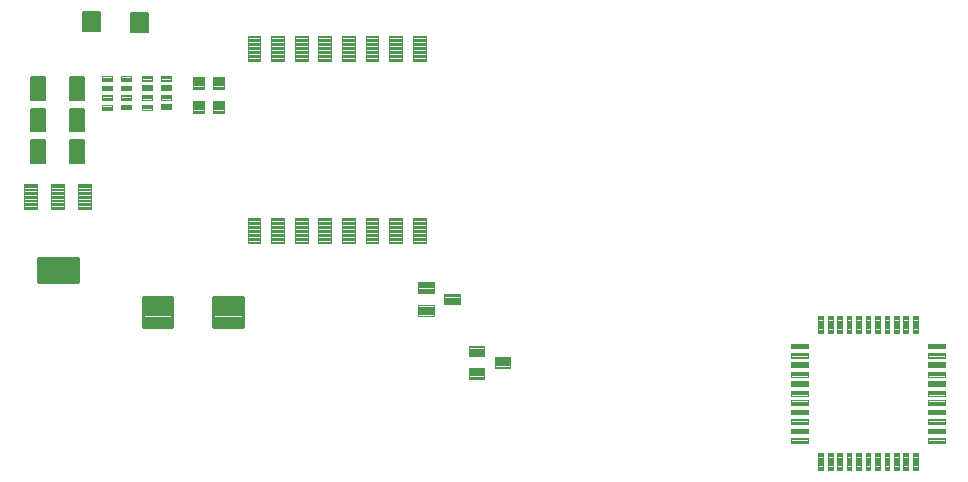
<source format=gbr>
G04 EAGLE Gerber RS-274X export*
G75*
%MOMM*%
%FSLAX34Y34*%
%LPD*%
%INSolderpaste Top*%
%IPPOS*%
%AMOC8*
5,1,8,0,0,1.08239X$1,22.5*%
G01*
%ADD10C,0.121919*%
%ADD11C,0.220000*%
%ADD12C,0.127000*%
%ADD13C,0.100000*%
%ADD14C,0.152400*%
%ADD15C,0.280000*%
%ADD16C,0.120000*%


D10*
X76435Y241754D02*
X87409Y241754D01*
X87409Y220620D01*
X76435Y220620D01*
X76435Y241754D01*
X76435Y221778D02*
X87409Y221778D01*
X87409Y222936D02*
X76435Y222936D01*
X76435Y224094D02*
X87409Y224094D01*
X87409Y225252D02*
X76435Y225252D01*
X76435Y226410D02*
X87409Y226410D01*
X87409Y227568D02*
X76435Y227568D01*
X76435Y228726D02*
X87409Y228726D01*
X87409Y229884D02*
X76435Y229884D01*
X76435Y231042D02*
X87409Y231042D01*
X87409Y232200D02*
X76435Y232200D01*
X76435Y233358D02*
X87409Y233358D01*
X87409Y234516D02*
X76435Y234516D01*
X76435Y235674D02*
X87409Y235674D01*
X87409Y236832D02*
X76435Y236832D01*
X76435Y237990D02*
X87409Y237990D01*
X87409Y239148D02*
X76435Y239148D01*
X76435Y240306D02*
X87409Y240306D01*
X87409Y241464D02*
X76435Y241464D01*
X64295Y241754D02*
X53321Y241754D01*
X64295Y241754D02*
X64295Y220620D01*
X53321Y220620D01*
X53321Y241754D01*
X53321Y221778D02*
X64295Y221778D01*
X64295Y222936D02*
X53321Y222936D01*
X53321Y224094D02*
X64295Y224094D01*
X64295Y225252D02*
X53321Y225252D01*
X53321Y226410D02*
X64295Y226410D01*
X64295Y227568D02*
X53321Y227568D01*
X53321Y228726D02*
X64295Y228726D01*
X64295Y229884D02*
X53321Y229884D01*
X53321Y231042D02*
X64295Y231042D01*
X64295Y232200D02*
X53321Y232200D01*
X53321Y233358D02*
X64295Y233358D01*
X64295Y234516D02*
X53321Y234516D01*
X53321Y235674D02*
X64295Y235674D01*
X64295Y236832D02*
X53321Y236832D01*
X53321Y237990D02*
X64295Y237990D01*
X64295Y239148D02*
X53321Y239148D01*
X53321Y240306D02*
X64295Y240306D01*
X64295Y241464D02*
X53321Y241464D01*
X41181Y241754D02*
X30207Y241754D01*
X41181Y241754D02*
X41181Y220620D01*
X30207Y220620D01*
X30207Y241754D01*
X30207Y221778D02*
X41181Y221778D01*
X41181Y222936D02*
X30207Y222936D01*
X30207Y224094D02*
X41181Y224094D01*
X41181Y225252D02*
X30207Y225252D01*
X30207Y226410D02*
X41181Y226410D01*
X41181Y227568D02*
X30207Y227568D01*
X30207Y228726D02*
X41181Y228726D01*
X41181Y229884D02*
X30207Y229884D01*
X30207Y231042D02*
X41181Y231042D01*
X41181Y232200D02*
X30207Y232200D01*
X30207Y233358D02*
X41181Y233358D01*
X41181Y234516D02*
X30207Y234516D01*
X30207Y235674D02*
X41181Y235674D01*
X41181Y236832D02*
X30207Y236832D01*
X30207Y237990D02*
X41181Y237990D01*
X41181Y239148D02*
X30207Y239148D01*
X30207Y240306D02*
X41181Y240306D01*
X41181Y241464D02*
X30207Y241464D01*
D11*
X41908Y179109D02*
X75708Y179109D01*
X75708Y159309D01*
X41908Y159309D01*
X41908Y179109D01*
X41908Y161399D02*
X75708Y161399D01*
X75708Y163489D02*
X41908Y163489D01*
X41908Y165579D02*
X75708Y165579D01*
X75708Y167669D02*
X41908Y167669D01*
X41908Y169759D02*
X75708Y169759D01*
X75708Y171849D02*
X41908Y171849D01*
X41908Y173939D02*
X75708Y173939D01*
X75708Y176029D02*
X41908Y176029D01*
X41908Y178119D02*
X75708Y178119D01*
D12*
X48077Y313356D02*
X36647Y313356D01*
X36647Y332406D01*
X48077Y332406D01*
X48077Y313356D01*
X48077Y314562D02*
X36647Y314562D01*
X36647Y315768D02*
X48077Y315768D01*
X48077Y316974D02*
X36647Y316974D01*
X36647Y318180D02*
X48077Y318180D01*
X48077Y319386D02*
X36647Y319386D01*
X36647Y320592D02*
X48077Y320592D01*
X48077Y321798D02*
X36647Y321798D01*
X36647Y323004D02*
X48077Y323004D01*
X48077Y324210D02*
X36647Y324210D01*
X36647Y325416D02*
X48077Y325416D01*
X48077Y326622D02*
X36647Y326622D01*
X36647Y327828D02*
X48077Y327828D01*
X48077Y329034D02*
X36647Y329034D01*
X36647Y330240D02*
X48077Y330240D01*
X48077Y331446D02*
X36647Y331446D01*
X69667Y313356D02*
X81097Y313356D01*
X69667Y313356D02*
X69667Y332406D01*
X81097Y332406D01*
X81097Y313356D01*
X81097Y314562D02*
X69667Y314562D01*
X69667Y315768D02*
X81097Y315768D01*
X81097Y316974D02*
X69667Y316974D01*
X69667Y318180D02*
X81097Y318180D01*
X81097Y319386D02*
X69667Y319386D01*
X69667Y320592D02*
X81097Y320592D01*
X81097Y321798D02*
X69667Y321798D01*
X69667Y323004D02*
X81097Y323004D01*
X81097Y324210D02*
X69667Y324210D01*
X69667Y325416D02*
X81097Y325416D01*
X81097Y326622D02*
X69667Y326622D01*
X69667Y327828D02*
X81097Y327828D01*
X81097Y329034D02*
X69667Y329034D01*
X69667Y330240D02*
X81097Y330240D01*
X81097Y331446D02*
X69667Y331446D01*
X48077Y286877D02*
X36647Y286877D01*
X36647Y305927D01*
X48077Y305927D01*
X48077Y286877D01*
X48077Y288083D02*
X36647Y288083D01*
X36647Y289289D02*
X48077Y289289D01*
X48077Y290495D02*
X36647Y290495D01*
X36647Y291701D02*
X48077Y291701D01*
X48077Y292907D02*
X36647Y292907D01*
X36647Y294113D02*
X48077Y294113D01*
X48077Y295319D02*
X36647Y295319D01*
X36647Y296525D02*
X48077Y296525D01*
X48077Y297731D02*
X36647Y297731D01*
X36647Y298937D02*
X48077Y298937D01*
X48077Y300143D02*
X36647Y300143D01*
X36647Y301349D02*
X48077Y301349D01*
X48077Y302555D02*
X36647Y302555D01*
X36647Y303761D02*
X48077Y303761D01*
X48077Y304967D02*
X36647Y304967D01*
X69667Y286877D02*
X81097Y286877D01*
X69667Y286877D02*
X69667Y305927D01*
X81097Y305927D01*
X81097Y286877D01*
X81097Y288083D02*
X69667Y288083D01*
X69667Y289289D02*
X81097Y289289D01*
X81097Y290495D02*
X69667Y290495D01*
X69667Y291701D02*
X81097Y291701D01*
X81097Y292907D02*
X69667Y292907D01*
X69667Y294113D02*
X81097Y294113D01*
X81097Y295319D02*
X69667Y295319D01*
X69667Y296525D02*
X81097Y296525D01*
X81097Y297731D02*
X69667Y297731D01*
X69667Y298937D02*
X81097Y298937D01*
X81097Y300143D02*
X69667Y300143D01*
X69667Y301349D02*
X81097Y301349D01*
X81097Y302555D02*
X69667Y302555D01*
X69667Y303761D02*
X81097Y303761D01*
X81097Y304967D02*
X69667Y304967D01*
X48140Y260080D02*
X36710Y260080D01*
X36710Y279130D01*
X48140Y279130D01*
X48140Y260080D01*
X48140Y261286D02*
X36710Y261286D01*
X36710Y262492D02*
X48140Y262492D01*
X48140Y263698D02*
X36710Y263698D01*
X36710Y264904D02*
X48140Y264904D01*
X48140Y266110D02*
X36710Y266110D01*
X36710Y267316D02*
X48140Y267316D01*
X48140Y268522D02*
X36710Y268522D01*
X36710Y269728D02*
X48140Y269728D01*
X48140Y270934D02*
X36710Y270934D01*
X36710Y272140D02*
X48140Y272140D01*
X48140Y273346D02*
X36710Y273346D01*
X36710Y274552D02*
X48140Y274552D01*
X48140Y275758D02*
X36710Y275758D01*
X36710Y276964D02*
X48140Y276964D01*
X48140Y278170D02*
X36710Y278170D01*
X69730Y260080D02*
X81160Y260080D01*
X69730Y260080D02*
X69730Y279130D01*
X81160Y279130D01*
X81160Y260080D01*
X81160Y261286D02*
X69730Y261286D01*
X69730Y262492D02*
X81160Y262492D01*
X81160Y263698D02*
X69730Y263698D01*
X69730Y264904D02*
X81160Y264904D01*
X81160Y266110D02*
X69730Y266110D01*
X69730Y267316D02*
X81160Y267316D01*
X81160Y268522D02*
X69730Y268522D01*
X69730Y269728D02*
X81160Y269728D01*
X81160Y270934D02*
X69730Y270934D01*
X69730Y272140D02*
X81160Y272140D01*
X81160Y273346D02*
X69730Y273346D01*
X69730Y274552D02*
X81160Y274552D01*
X81160Y275758D02*
X69730Y275758D01*
X69730Y276964D02*
X81160Y276964D01*
X81160Y278170D02*
X69730Y278170D01*
D13*
X429005Y95606D02*
X429005Y86606D01*
X429005Y95606D02*
X442005Y95606D01*
X442005Y86606D01*
X429005Y86606D01*
X429005Y87556D02*
X442005Y87556D01*
X442005Y88506D02*
X429005Y88506D01*
X429005Y89456D02*
X442005Y89456D01*
X442005Y90406D02*
X429005Y90406D01*
X429005Y91356D02*
X442005Y91356D01*
X442005Y92306D02*
X429005Y92306D01*
X429005Y93256D02*
X442005Y93256D01*
X442005Y94206D02*
X429005Y94206D01*
X429005Y95156D02*
X442005Y95156D01*
X407005Y86106D02*
X407005Y77106D01*
X407005Y86106D02*
X420005Y86106D01*
X420005Y77106D01*
X407005Y77106D01*
X407005Y78056D02*
X420005Y78056D01*
X420005Y79006D02*
X407005Y79006D01*
X407005Y79956D02*
X420005Y79956D01*
X420005Y80906D02*
X407005Y80906D01*
X407005Y81856D02*
X420005Y81856D01*
X420005Y82806D02*
X407005Y82806D01*
X407005Y83756D02*
X420005Y83756D01*
X420005Y84706D02*
X407005Y84706D01*
X407005Y85656D02*
X420005Y85656D01*
X407005Y96106D02*
X407005Y105106D01*
X420005Y105106D01*
X420005Y96106D01*
X407005Y96106D01*
X407005Y97056D02*
X420005Y97056D01*
X420005Y98006D02*
X407005Y98006D01*
X407005Y98956D02*
X420005Y98956D01*
X420005Y99906D02*
X407005Y99906D01*
X407005Y100856D02*
X420005Y100856D01*
X420005Y101806D02*
X407005Y101806D01*
X407005Y102756D02*
X420005Y102756D01*
X420005Y103706D02*
X407005Y103706D01*
X407005Y104656D02*
X420005Y104656D01*
X386333Y140200D02*
X386333Y149200D01*
X399333Y149200D01*
X399333Y140200D01*
X386333Y140200D01*
X386333Y141150D02*
X399333Y141150D01*
X399333Y142100D02*
X386333Y142100D01*
X386333Y143050D02*
X399333Y143050D01*
X399333Y144000D02*
X386333Y144000D01*
X386333Y144950D02*
X399333Y144950D01*
X399333Y145900D02*
X386333Y145900D01*
X386333Y146850D02*
X399333Y146850D01*
X399333Y147800D02*
X386333Y147800D01*
X386333Y148750D02*
X399333Y148750D01*
X364333Y139700D02*
X364333Y130700D01*
X364333Y139700D02*
X377333Y139700D01*
X377333Y130700D01*
X364333Y130700D01*
X364333Y131650D02*
X377333Y131650D01*
X377333Y132600D02*
X364333Y132600D01*
X364333Y133550D02*
X377333Y133550D01*
X377333Y134500D02*
X364333Y134500D01*
X364333Y135450D02*
X377333Y135450D01*
X377333Y136400D02*
X364333Y136400D01*
X364333Y137350D02*
X377333Y137350D01*
X377333Y138300D02*
X364333Y138300D01*
X364333Y139250D02*
X377333Y139250D01*
X364333Y149700D02*
X364333Y158700D01*
X377333Y158700D01*
X377333Y149700D01*
X364333Y149700D01*
X364333Y150650D02*
X377333Y150650D01*
X377333Y151600D02*
X364333Y151600D01*
X364333Y152550D02*
X377333Y152550D01*
X377333Y153500D02*
X364333Y153500D01*
X364333Y154450D02*
X377333Y154450D01*
X377333Y155400D02*
X364333Y155400D01*
X364333Y156350D02*
X377333Y156350D01*
X377333Y157300D02*
X364333Y157300D01*
X364333Y158250D02*
X377333Y158250D01*
D14*
X94429Y371353D02*
X94429Y387609D01*
X94429Y371353D02*
X80713Y371353D01*
X80713Y387609D01*
X94429Y387609D01*
X94429Y372801D02*
X80713Y372801D01*
X80713Y374249D02*
X94429Y374249D01*
X94429Y375697D02*
X80713Y375697D01*
X80713Y377145D02*
X94429Y377145D01*
X94429Y378593D02*
X80713Y378593D01*
X80713Y380041D02*
X94429Y380041D01*
X94429Y381489D02*
X80713Y381489D01*
X80713Y382937D02*
X94429Y382937D01*
X94429Y384385D02*
X80713Y384385D01*
X80713Y385833D02*
X94429Y385833D01*
X94429Y387281D02*
X80713Y387281D01*
X134976Y387236D02*
X134976Y370980D01*
X121260Y370980D01*
X121260Y387236D01*
X134976Y387236D01*
X134976Y372428D02*
X121260Y372428D01*
X121260Y373876D02*
X134976Y373876D01*
X134976Y375324D02*
X121260Y375324D01*
X121260Y376772D02*
X134976Y376772D01*
X134976Y378220D02*
X121260Y378220D01*
X121260Y379668D02*
X134976Y379668D01*
X134976Y381116D02*
X121260Y381116D01*
X121260Y382564D02*
X134976Y382564D01*
X134976Y384012D02*
X121260Y384012D01*
X121260Y385460D02*
X134976Y385460D01*
X134976Y386908D02*
X121260Y386908D01*
D15*
X156001Y146251D02*
X156001Y121051D01*
X130801Y121051D01*
X130801Y146251D01*
X156001Y146251D01*
X156001Y123711D02*
X130801Y123711D01*
X130801Y126371D02*
X156001Y126371D01*
X156001Y129031D02*
X130801Y129031D01*
X130801Y131691D02*
X156001Y131691D01*
X156001Y134351D02*
X130801Y134351D01*
X130801Y137011D02*
X156001Y137011D01*
X156001Y139671D02*
X130801Y139671D01*
X130801Y142331D02*
X156001Y142331D01*
X156001Y144991D02*
X130801Y144991D01*
X215501Y146251D02*
X215501Y121051D01*
X190301Y121051D01*
X190301Y146251D01*
X215501Y146251D01*
X215501Y123711D02*
X190301Y123711D01*
X190301Y126371D02*
X215501Y126371D01*
X215501Y129031D02*
X190301Y129031D01*
X190301Y131691D02*
X215501Y131691D01*
X215501Y134351D02*
X190301Y134351D01*
X190301Y137011D02*
X215501Y137011D01*
X215501Y139671D02*
X190301Y139671D01*
X190301Y142331D02*
X215501Y142331D01*
X215501Y144991D02*
X190301Y144991D01*
D13*
X96846Y329325D02*
X96846Y333325D01*
X104846Y333325D01*
X104846Y329325D01*
X96846Y329325D01*
X96846Y330275D02*
X104846Y330275D01*
X104846Y331225D02*
X96846Y331225D01*
X96846Y332175D02*
X104846Y332175D01*
X104846Y333125D02*
X96846Y333125D01*
X96846Y325325D02*
X96846Y321325D01*
X96846Y325325D02*
X104846Y325325D01*
X104846Y321325D01*
X96846Y321325D01*
X96846Y322275D02*
X104846Y322275D01*
X104846Y323225D02*
X96846Y323225D01*
X96846Y324175D02*
X104846Y324175D01*
X104846Y325125D02*
X96846Y325125D01*
X96846Y317325D02*
X96846Y313325D01*
X96846Y317325D02*
X104846Y317325D01*
X104846Y313325D01*
X96846Y313325D01*
X96846Y314275D02*
X104846Y314275D01*
X104846Y315225D02*
X96846Y315225D01*
X96846Y316175D02*
X104846Y316175D01*
X104846Y317125D02*
X96846Y317125D01*
X96846Y308825D02*
X96846Y304825D01*
X96846Y308825D02*
X104846Y308825D01*
X104846Y304825D01*
X96846Y304825D01*
X96846Y305775D02*
X104846Y305775D01*
X104846Y306725D02*
X96846Y306725D01*
X96846Y307675D02*
X104846Y307675D01*
X104846Y308625D02*
X96846Y308625D01*
X112846Y309325D02*
X112846Y305325D01*
X112846Y309325D02*
X120846Y309325D01*
X120846Y305325D01*
X112846Y305325D01*
X112846Y306275D02*
X120846Y306275D01*
X120846Y307225D02*
X112846Y307225D01*
X112846Y308175D02*
X120846Y308175D01*
X120846Y309125D02*
X112846Y309125D01*
X112846Y313325D02*
X112846Y317325D01*
X120846Y317325D01*
X120846Y313325D01*
X112846Y313325D01*
X112846Y314275D02*
X120846Y314275D01*
X120846Y315225D02*
X112846Y315225D01*
X112846Y316175D02*
X120846Y316175D01*
X120846Y317125D02*
X112846Y317125D01*
X112846Y321325D02*
X112846Y325325D01*
X120846Y325325D01*
X120846Y321325D01*
X112846Y321325D01*
X112846Y322275D02*
X120846Y322275D01*
X120846Y323225D02*
X112846Y323225D01*
X112846Y324175D02*
X120846Y324175D01*
X120846Y325125D02*
X112846Y325125D01*
X112846Y329325D02*
X112846Y333325D01*
X120846Y333325D01*
X120846Y329325D01*
X112846Y329325D01*
X112846Y330275D02*
X120846Y330275D01*
X120846Y331225D02*
X112846Y331225D01*
X112846Y332175D02*
X120846Y332175D01*
X120846Y333125D02*
X112846Y333125D01*
X130565Y333579D02*
X130565Y329579D01*
X130565Y333579D02*
X138565Y333579D01*
X138565Y329579D01*
X130565Y329579D01*
X130565Y330529D02*
X138565Y330529D01*
X138565Y331479D02*
X130565Y331479D01*
X130565Y332429D02*
X138565Y332429D01*
X138565Y333379D02*
X130565Y333379D01*
X130565Y325579D02*
X130565Y321579D01*
X130565Y325579D02*
X138565Y325579D01*
X138565Y321579D01*
X130565Y321579D01*
X130565Y322529D02*
X138565Y322529D01*
X138565Y323479D02*
X130565Y323479D01*
X130565Y324429D02*
X138565Y324429D01*
X138565Y325379D02*
X130565Y325379D01*
X130565Y317579D02*
X130565Y313579D01*
X130565Y317579D02*
X138565Y317579D01*
X138565Y313579D01*
X130565Y313579D01*
X130565Y314529D02*
X138565Y314529D01*
X138565Y315479D02*
X130565Y315479D01*
X130565Y316429D02*
X138565Y316429D01*
X138565Y317379D02*
X130565Y317379D01*
X130565Y309079D02*
X130565Y305079D01*
X130565Y309079D02*
X138565Y309079D01*
X138565Y305079D01*
X130565Y305079D01*
X130565Y306029D02*
X138565Y306029D01*
X138565Y306979D02*
X130565Y306979D01*
X130565Y307929D02*
X138565Y307929D01*
X138565Y308879D02*
X130565Y308879D01*
X146565Y309579D02*
X146565Y305579D01*
X146565Y309579D02*
X154565Y309579D01*
X154565Y305579D01*
X146565Y305579D01*
X146565Y306529D02*
X154565Y306529D01*
X154565Y307479D02*
X146565Y307479D01*
X146565Y308429D02*
X154565Y308429D01*
X154565Y309379D02*
X146565Y309379D01*
X146565Y313579D02*
X146565Y317579D01*
X154565Y317579D01*
X154565Y313579D01*
X146565Y313579D01*
X146565Y314529D02*
X154565Y314529D01*
X154565Y315479D02*
X146565Y315479D01*
X146565Y316429D02*
X154565Y316429D01*
X154565Y317379D02*
X146565Y317379D01*
X146565Y321579D02*
X146565Y325579D01*
X154565Y325579D01*
X154565Y321579D01*
X146565Y321579D01*
X146565Y322529D02*
X154565Y322529D01*
X154565Y323479D02*
X146565Y323479D01*
X146565Y324429D02*
X154565Y324429D01*
X154565Y325379D02*
X146565Y325379D01*
X146565Y329579D02*
X146565Y333579D01*
X154565Y333579D01*
X154565Y329579D01*
X146565Y329579D01*
X146565Y330529D02*
X154565Y330529D01*
X154565Y331479D02*
X146565Y331479D01*
X146565Y332429D02*
X154565Y332429D01*
X154565Y333379D02*
X146565Y333379D01*
D16*
X359693Y345839D02*
X359693Y367499D01*
X370493Y367499D01*
X370493Y345839D01*
X359693Y345839D01*
X359693Y346979D02*
X370493Y346979D01*
X370493Y348119D02*
X359693Y348119D01*
X359693Y349259D02*
X370493Y349259D01*
X370493Y350399D02*
X359693Y350399D01*
X359693Y351539D02*
X370493Y351539D01*
X370493Y352679D02*
X359693Y352679D01*
X359693Y353819D02*
X370493Y353819D01*
X370493Y354959D02*
X359693Y354959D01*
X359693Y356099D02*
X370493Y356099D01*
X370493Y357239D02*
X359693Y357239D01*
X359693Y358379D02*
X370493Y358379D01*
X370493Y359519D02*
X359693Y359519D01*
X359693Y360659D02*
X370493Y360659D01*
X370493Y361799D02*
X359693Y361799D01*
X359693Y362939D02*
X370493Y362939D01*
X370493Y364079D02*
X359693Y364079D01*
X359693Y365219D02*
X370493Y365219D01*
X370493Y366359D02*
X359693Y366359D01*
X359693Y367499D02*
X370493Y367499D01*
X339693Y367499D02*
X339693Y345839D01*
X339693Y367499D02*
X350493Y367499D01*
X350493Y345839D01*
X339693Y345839D01*
X339693Y346979D02*
X350493Y346979D01*
X350493Y348119D02*
X339693Y348119D01*
X339693Y349259D02*
X350493Y349259D01*
X350493Y350399D02*
X339693Y350399D01*
X339693Y351539D02*
X350493Y351539D01*
X350493Y352679D02*
X339693Y352679D01*
X339693Y353819D02*
X350493Y353819D01*
X350493Y354959D02*
X339693Y354959D01*
X339693Y356099D02*
X350493Y356099D01*
X350493Y357239D02*
X339693Y357239D01*
X339693Y358379D02*
X350493Y358379D01*
X350493Y359519D02*
X339693Y359519D01*
X339693Y360659D02*
X350493Y360659D01*
X350493Y361799D02*
X339693Y361799D01*
X339693Y362939D02*
X350493Y362939D01*
X350493Y364079D02*
X339693Y364079D01*
X339693Y365219D02*
X350493Y365219D01*
X350493Y366359D02*
X339693Y366359D01*
X339693Y367499D02*
X350493Y367499D01*
X319693Y367499D02*
X319693Y345839D01*
X319693Y367499D02*
X330493Y367499D01*
X330493Y345839D01*
X319693Y345839D01*
X319693Y346979D02*
X330493Y346979D01*
X330493Y348119D02*
X319693Y348119D01*
X319693Y349259D02*
X330493Y349259D01*
X330493Y350399D02*
X319693Y350399D01*
X319693Y351539D02*
X330493Y351539D01*
X330493Y352679D02*
X319693Y352679D01*
X319693Y353819D02*
X330493Y353819D01*
X330493Y354959D02*
X319693Y354959D01*
X319693Y356099D02*
X330493Y356099D01*
X330493Y357239D02*
X319693Y357239D01*
X319693Y358379D02*
X330493Y358379D01*
X330493Y359519D02*
X319693Y359519D01*
X319693Y360659D02*
X330493Y360659D01*
X330493Y361799D02*
X319693Y361799D01*
X319693Y362939D02*
X330493Y362939D01*
X330493Y364079D02*
X319693Y364079D01*
X319693Y365219D02*
X330493Y365219D01*
X330493Y366359D02*
X319693Y366359D01*
X319693Y367499D02*
X330493Y367499D01*
X299693Y367499D02*
X299693Y345839D01*
X299693Y367499D02*
X310493Y367499D01*
X310493Y345839D01*
X299693Y345839D01*
X299693Y346979D02*
X310493Y346979D01*
X310493Y348119D02*
X299693Y348119D01*
X299693Y349259D02*
X310493Y349259D01*
X310493Y350399D02*
X299693Y350399D01*
X299693Y351539D02*
X310493Y351539D01*
X310493Y352679D02*
X299693Y352679D01*
X299693Y353819D02*
X310493Y353819D01*
X310493Y354959D02*
X299693Y354959D01*
X299693Y356099D02*
X310493Y356099D01*
X310493Y357239D02*
X299693Y357239D01*
X299693Y358379D02*
X310493Y358379D01*
X310493Y359519D02*
X299693Y359519D01*
X299693Y360659D02*
X310493Y360659D01*
X310493Y361799D02*
X299693Y361799D01*
X299693Y362939D02*
X310493Y362939D01*
X310493Y364079D02*
X299693Y364079D01*
X299693Y365219D02*
X310493Y365219D01*
X310493Y366359D02*
X299693Y366359D01*
X299693Y367499D02*
X310493Y367499D01*
X279693Y367499D02*
X279693Y345839D01*
X279693Y367499D02*
X290493Y367499D01*
X290493Y345839D01*
X279693Y345839D01*
X279693Y346979D02*
X290493Y346979D01*
X290493Y348119D02*
X279693Y348119D01*
X279693Y349259D02*
X290493Y349259D01*
X290493Y350399D02*
X279693Y350399D01*
X279693Y351539D02*
X290493Y351539D01*
X290493Y352679D02*
X279693Y352679D01*
X279693Y353819D02*
X290493Y353819D01*
X290493Y354959D02*
X279693Y354959D01*
X279693Y356099D02*
X290493Y356099D01*
X290493Y357239D02*
X279693Y357239D01*
X279693Y358379D02*
X290493Y358379D01*
X290493Y359519D02*
X279693Y359519D01*
X279693Y360659D02*
X290493Y360659D01*
X290493Y361799D02*
X279693Y361799D01*
X279693Y362939D02*
X290493Y362939D01*
X290493Y364079D02*
X279693Y364079D01*
X279693Y365219D02*
X290493Y365219D01*
X290493Y366359D02*
X279693Y366359D01*
X279693Y367499D02*
X290493Y367499D01*
X259693Y367499D02*
X259693Y345839D01*
X259693Y367499D02*
X270493Y367499D01*
X270493Y345839D01*
X259693Y345839D01*
X259693Y346979D02*
X270493Y346979D01*
X270493Y348119D02*
X259693Y348119D01*
X259693Y349259D02*
X270493Y349259D01*
X270493Y350399D02*
X259693Y350399D01*
X259693Y351539D02*
X270493Y351539D01*
X270493Y352679D02*
X259693Y352679D01*
X259693Y353819D02*
X270493Y353819D01*
X270493Y354959D02*
X259693Y354959D01*
X259693Y356099D02*
X270493Y356099D01*
X270493Y357239D02*
X259693Y357239D01*
X259693Y358379D02*
X270493Y358379D01*
X270493Y359519D02*
X259693Y359519D01*
X259693Y360659D02*
X270493Y360659D01*
X270493Y361799D02*
X259693Y361799D01*
X259693Y362939D02*
X270493Y362939D01*
X270493Y364079D02*
X259693Y364079D01*
X259693Y365219D02*
X270493Y365219D01*
X270493Y366359D02*
X259693Y366359D01*
X259693Y367499D02*
X270493Y367499D01*
X239693Y367499D02*
X239693Y345839D01*
X239693Y367499D02*
X250493Y367499D01*
X250493Y345839D01*
X239693Y345839D01*
X239693Y346979D02*
X250493Y346979D01*
X250493Y348119D02*
X239693Y348119D01*
X239693Y349259D02*
X250493Y349259D01*
X250493Y350399D02*
X239693Y350399D01*
X239693Y351539D02*
X250493Y351539D01*
X250493Y352679D02*
X239693Y352679D01*
X239693Y353819D02*
X250493Y353819D01*
X250493Y354959D02*
X239693Y354959D01*
X239693Y356099D02*
X250493Y356099D01*
X250493Y357239D02*
X239693Y357239D01*
X239693Y358379D02*
X250493Y358379D01*
X250493Y359519D02*
X239693Y359519D01*
X239693Y360659D02*
X250493Y360659D01*
X250493Y361799D02*
X239693Y361799D01*
X239693Y362939D02*
X250493Y362939D01*
X250493Y364079D02*
X239693Y364079D01*
X239693Y365219D02*
X250493Y365219D01*
X250493Y366359D02*
X239693Y366359D01*
X239693Y367499D02*
X250493Y367499D01*
X219693Y367499D02*
X219693Y345839D01*
X219693Y367499D02*
X230493Y367499D01*
X230493Y345839D01*
X219693Y345839D01*
X219693Y346979D02*
X230493Y346979D01*
X230493Y348119D02*
X219693Y348119D01*
X219693Y349259D02*
X230493Y349259D01*
X230493Y350399D02*
X219693Y350399D01*
X219693Y351539D02*
X230493Y351539D01*
X230493Y352679D02*
X219693Y352679D01*
X219693Y353819D02*
X230493Y353819D01*
X230493Y354959D02*
X219693Y354959D01*
X219693Y356099D02*
X230493Y356099D01*
X230493Y357239D02*
X219693Y357239D01*
X219693Y358379D02*
X230493Y358379D01*
X230493Y359519D02*
X219693Y359519D01*
X219693Y360659D02*
X230493Y360659D01*
X230493Y361799D02*
X219693Y361799D01*
X219693Y362939D02*
X230493Y362939D01*
X230493Y364079D02*
X219693Y364079D01*
X219693Y365219D02*
X230493Y365219D01*
X230493Y366359D02*
X219693Y366359D01*
X219693Y367499D02*
X230493Y367499D01*
X359693Y213659D02*
X359693Y191999D01*
X359693Y213659D02*
X370493Y213659D01*
X370493Y191999D01*
X359693Y191999D01*
X359693Y193139D02*
X370493Y193139D01*
X370493Y194279D02*
X359693Y194279D01*
X359693Y195419D02*
X370493Y195419D01*
X370493Y196559D02*
X359693Y196559D01*
X359693Y197699D02*
X370493Y197699D01*
X370493Y198839D02*
X359693Y198839D01*
X359693Y199979D02*
X370493Y199979D01*
X370493Y201119D02*
X359693Y201119D01*
X359693Y202259D02*
X370493Y202259D01*
X370493Y203399D02*
X359693Y203399D01*
X359693Y204539D02*
X370493Y204539D01*
X370493Y205679D02*
X359693Y205679D01*
X359693Y206819D02*
X370493Y206819D01*
X370493Y207959D02*
X359693Y207959D01*
X359693Y209099D02*
X370493Y209099D01*
X370493Y210239D02*
X359693Y210239D01*
X359693Y211379D02*
X370493Y211379D01*
X370493Y212519D02*
X359693Y212519D01*
X359693Y213659D02*
X370493Y213659D01*
X339693Y213659D02*
X339693Y191999D01*
X339693Y213659D02*
X350493Y213659D01*
X350493Y191999D01*
X339693Y191999D01*
X339693Y193139D02*
X350493Y193139D01*
X350493Y194279D02*
X339693Y194279D01*
X339693Y195419D02*
X350493Y195419D01*
X350493Y196559D02*
X339693Y196559D01*
X339693Y197699D02*
X350493Y197699D01*
X350493Y198839D02*
X339693Y198839D01*
X339693Y199979D02*
X350493Y199979D01*
X350493Y201119D02*
X339693Y201119D01*
X339693Y202259D02*
X350493Y202259D01*
X350493Y203399D02*
X339693Y203399D01*
X339693Y204539D02*
X350493Y204539D01*
X350493Y205679D02*
X339693Y205679D01*
X339693Y206819D02*
X350493Y206819D01*
X350493Y207959D02*
X339693Y207959D01*
X339693Y209099D02*
X350493Y209099D01*
X350493Y210239D02*
X339693Y210239D01*
X339693Y211379D02*
X350493Y211379D01*
X350493Y212519D02*
X339693Y212519D01*
X339693Y213659D02*
X350493Y213659D01*
X319693Y213659D02*
X319693Y191999D01*
X319693Y213659D02*
X330493Y213659D01*
X330493Y191999D01*
X319693Y191999D01*
X319693Y193139D02*
X330493Y193139D01*
X330493Y194279D02*
X319693Y194279D01*
X319693Y195419D02*
X330493Y195419D01*
X330493Y196559D02*
X319693Y196559D01*
X319693Y197699D02*
X330493Y197699D01*
X330493Y198839D02*
X319693Y198839D01*
X319693Y199979D02*
X330493Y199979D01*
X330493Y201119D02*
X319693Y201119D01*
X319693Y202259D02*
X330493Y202259D01*
X330493Y203399D02*
X319693Y203399D01*
X319693Y204539D02*
X330493Y204539D01*
X330493Y205679D02*
X319693Y205679D01*
X319693Y206819D02*
X330493Y206819D01*
X330493Y207959D02*
X319693Y207959D01*
X319693Y209099D02*
X330493Y209099D01*
X330493Y210239D02*
X319693Y210239D01*
X319693Y211379D02*
X330493Y211379D01*
X330493Y212519D02*
X319693Y212519D01*
X319693Y213659D02*
X330493Y213659D01*
X299693Y213659D02*
X299693Y191999D01*
X299693Y213659D02*
X310493Y213659D01*
X310493Y191999D01*
X299693Y191999D01*
X299693Y193139D02*
X310493Y193139D01*
X310493Y194279D02*
X299693Y194279D01*
X299693Y195419D02*
X310493Y195419D01*
X310493Y196559D02*
X299693Y196559D01*
X299693Y197699D02*
X310493Y197699D01*
X310493Y198839D02*
X299693Y198839D01*
X299693Y199979D02*
X310493Y199979D01*
X310493Y201119D02*
X299693Y201119D01*
X299693Y202259D02*
X310493Y202259D01*
X310493Y203399D02*
X299693Y203399D01*
X299693Y204539D02*
X310493Y204539D01*
X310493Y205679D02*
X299693Y205679D01*
X299693Y206819D02*
X310493Y206819D01*
X310493Y207959D02*
X299693Y207959D01*
X299693Y209099D02*
X310493Y209099D01*
X310493Y210239D02*
X299693Y210239D01*
X299693Y211379D02*
X310493Y211379D01*
X310493Y212519D02*
X299693Y212519D01*
X299693Y213659D02*
X310493Y213659D01*
X279693Y213659D02*
X279693Y191999D01*
X279693Y213659D02*
X290493Y213659D01*
X290493Y191999D01*
X279693Y191999D01*
X279693Y193139D02*
X290493Y193139D01*
X290493Y194279D02*
X279693Y194279D01*
X279693Y195419D02*
X290493Y195419D01*
X290493Y196559D02*
X279693Y196559D01*
X279693Y197699D02*
X290493Y197699D01*
X290493Y198839D02*
X279693Y198839D01*
X279693Y199979D02*
X290493Y199979D01*
X290493Y201119D02*
X279693Y201119D01*
X279693Y202259D02*
X290493Y202259D01*
X290493Y203399D02*
X279693Y203399D01*
X279693Y204539D02*
X290493Y204539D01*
X290493Y205679D02*
X279693Y205679D01*
X279693Y206819D02*
X290493Y206819D01*
X290493Y207959D02*
X279693Y207959D01*
X279693Y209099D02*
X290493Y209099D01*
X290493Y210239D02*
X279693Y210239D01*
X279693Y211379D02*
X290493Y211379D01*
X290493Y212519D02*
X279693Y212519D01*
X279693Y213659D02*
X290493Y213659D01*
X259693Y213659D02*
X259693Y191999D01*
X259693Y213659D02*
X270493Y213659D01*
X270493Y191999D01*
X259693Y191999D01*
X259693Y193139D02*
X270493Y193139D01*
X270493Y194279D02*
X259693Y194279D01*
X259693Y195419D02*
X270493Y195419D01*
X270493Y196559D02*
X259693Y196559D01*
X259693Y197699D02*
X270493Y197699D01*
X270493Y198839D02*
X259693Y198839D01*
X259693Y199979D02*
X270493Y199979D01*
X270493Y201119D02*
X259693Y201119D01*
X259693Y202259D02*
X270493Y202259D01*
X270493Y203399D02*
X259693Y203399D01*
X259693Y204539D02*
X270493Y204539D01*
X270493Y205679D02*
X259693Y205679D01*
X259693Y206819D02*
X270493Y206819D01*
X270493Y207959D02*
X259693Y207959D01*
X259693Y209099D02*
X270493Y209099D01*
X270493Y210239D02*
X259693Y210239D01*
X259693Y211379D02*
X270493Y211379D01*
X270493Y212519D02*
X259693Y212519D01*
X259693Y213659D02*
X270493Y213659D01*
X239693Y213659D02*
X239693Y191999D01*
X239693Y213659D02*
X250493Y213659D01*
X250493Y191999D01*
X239693Y191999D01*
X239693Y193139D02*
X250493Y193139D01*
X250493Y194279D02*
X239693Y194279D01*
X239693Y195419D02*
X250493Y195419D01*
X250493Y196559D02*
X239693Y196559D01*
X239693Y197699D02*
X250493Y197699D01*
X250493Y198839D02*
X239693Y198839D01*
X239693Y199979D02*
X250493Y199979D01*
X250493Y201119D02*
X239693Y201119D01*
X239693Y202259D02*
X250493Y202259D01*
X250493Y203399D02*
X239693Y203399D01*
X239693Y204539D02*
X250493Y204539D01*
X250493Y205679D02*
X239693Y205679D01*
X239693Y206819D02*
X250493Y206819D01*
X250493Y207959D02*
X239693Y207959D01*
X239693Y209099D02*
X250493Y209099D01*
X250493Y210239D02*
X239693Y210239D01*
X239693Y211379D02*
X250493Y211379D01*
X250493Y212519D02*
X239693Y212519D01*
X239693Y213659D02*
X250493Y213659D01*
X219693Y213659D02*
X219693Y191999D01*
X219693Y213659D02*
X230493Y213659D01*
X230493Y191999D01*
X219693Y191999D01*
X219693Y193139D02*
X230493Y193139D01*
X230493Y194279D02*
X219693Y194279D01*
X219693Y195419D02*
X230493Y195419D01*
X230493Y196559D02*
X219693Y196559D01*
X219693Y197699D02*
X230493Y197699D01*
X230493Y198839D02*
X219693Y198839D01*
X219693Y199979D02*
X230493Y199979D01*
X230493Y201119D02*
X219693Y201119D01*
X219693Y202259D02*
X230493Y202259D01*
X230493Y203399D02*
X219693Y203399D01*
X219693Y204539D02*
X230493Y204539D01*
X230493Y205679D02*
X219693Y205679D01*
X219693Y206819D02*
X230493Y206819D01*
X230493Y207959D02*
X219693Y207959D01*
X219693Y209099D02*
X230493Y209099D01*
X230493Y210239D02*
X219693Y210239D01*
X219693Y211379D02*
X230493Y211379D01*
X230493Y212519D02*
X219693Y212519D01*
X219693Y213659D02*
X230493Y213659D01*
D13*
X182443Y302387D02*
X173443Y302387D01*
X173443Y312387D01*
X182443Y312387D01*
X182443Y302387D01*
X182443Y303337D02*
X173443Y303337D01*
X173443Y304287D02*
X182443Y304287D01*
X182443Y305237D02*
X173443Y305237D01*
X173443Y306187D02*
X182443Y306187D01*
X182443Y307137D02*
X173443Y307137D01*
X173443Y308087D02*
X182443Y308087D01*
X182443Y309037D02*
X173443Y309037D01*
X173443Y309987D02*
X182443Y309987D01*
X182443Y310937D02*
X173443Y310937D01*
X173443Y311887D02*
X182443Y311887D01*
X190443Y302387D02*
X199443Y302387D01*
X190443Y302387D02*
X190443Y312387D01*
X199443Y312387D01*
X199443Y302387D01*
X199443Y303337D02*
X190443Y303337D01*
X190443Y304287D02*
X199443Y304287D01*
X199443Y305237D02*
X190443Y305237D01*
X190443Y306187D02*
X199443Y306187D01*
X199443Y307137D02*
X190443Y307137D01*
X190443Y308087D02*
X199443Y308087D01*
X199443Y309037D02*
X190443Y309037D01*
X190443Y309987D02*
X199443Y309987D01*
X199443Y310937D02*
X190443Y310937D01*
X190443Y311887D02*
X199443Y311887D01*
X182507Y322707D02*
X173507Y322707D01*
X173507Y332707D01*
X182507Y332707D01*
X182507Y322707D01*
X182507Y323657D02*
X173507Y323657D01*
X173507Y324607D02*
X182507Y324607D01*
X182507Y325557D02*
X173507Y325557D01*
X173507Y326507D02*
X182507Y326507D01*
X182507Y327457D02*
X173507Y327457D01*
X173507Y328407D02*
X182507Y328407D01*
X182507Y329357D02*
X173507Y329357D01*
X173507Y330307D02*
X182507Y330307D01*
X182507Y331257D02*
X173507Y331257D01*
X173507Y332207D02*
X182507Y332207D01*
X190507Y322707D02*
X199507Y322707D01*
X190507Y322707D02*
X190507Y332707D01*
X199507Y332707D01*
X199507Y322707D01*
X199507Y323657D02*
X190507Y323657D01*
X190507Y324607D02*
X199507Y324607D01*
X199507Y325557D02*
X190507Y325557D01*
X190507Y326507D02*
X199507Y326507D01*
X199507Y327457D02*
X190507Y327457D01*
X190507Y328407D02*
X199507Y328407D01*
X199507Y329357D02*
X190507Y329357D01*
X190507Y330307D02*
X199507Y330307D01*
X199507Y331257D02*
X190507Y331257D01*
X190507Y332207D02*
X199507Y332207D01*
X680000Y103000D02*
X694000Y103000D01*
X680000Y103000D02*
X680000Y107000D01*
X694000Y107000D01*
X694000Y103000D01*
X694000Y103950D02*
X680000Y103950D01*
X680000Y104900D02*
X694000Y104900D01*
X694000Y105850D02*
X680000Y105850D01*
X680000Y106800D02*
X694000Y106800D01*
X694000Y95000D02*
X680000Y95000D01*
X680000Y99000D01*
X694000Y99000D01*
X694000Y95000D01*
X694000Y95950D02*
X680000Y95950D01*
X680000Y96900D02*
X694000Y96900D01*
X694000Y97850D02*
X680000Y97850D01*
X680000Y98800D02*
X694000Y98800D01*
X694000Y87000D02*
X680000Y87000D01*
X680000Y91000D01*
X694000Y91000D01*
X694000Y87000D01*
X694000Y87950D02*
X680000Y87950D01*
X680000Y88900D02*
X694000Y88900D01*
X694000Y89850D02*
X680000Y89850D01*
X680000Y90800D02*
X694000Y90800D01*
X694000Y79000D02*
X680000Y79000D01*
X680000Y83000D01*
X694000Y83000D01*
X694000Y79000D01*
X694000Y79950D02*
X680000Y79950D01*
X680000Y80900D02*
X694000Y80900D01*
X694000Y81850D02*
X680000Y81850D01*
X680000Y82800D02*
X694000Y82800D01*
X694000Y71000D02*
X680000Y71000D01*
X680000Y75000D01*
X694000Y75000D01*
X694000Y71000D01*
X694000Y71950D02*
X680000Y71950D01*
X680000Y72900D02*
X694000Y72900D01*
X694000Y73850D02*
X680000Y73850D01*
X680000Y74800D02*
X694000Y74800D01*
X694000Y63000D02*
X680000Y63000D01*
X680000Y67000D01*
X694000Y67000D01*
X694000Y63000D01*
X694000Y63950D02*
X680000Y63950D01*
X680000Y64900D02*
X694000Y64900D01*
X694000Y65850D02*
X680000Y65850D01*
X680000Y66800D02*
X694000Y66800D01*
X694000Y55000D02*
X680000Y55000D01*
X680000Y59000D01*
X694000Y59000D01*
X694000Y55000D01*
X694000Y55950D02*
X680000Y55950D01*
X680000Y56900D02*
X694000Y56900D01*
X694000Y57850D02*
X680000Y57850D01*
X680000Y58800D02*
X694000Y58800D01*
X694000Y47000D02*
X680000Y47000D01*
X680000Y51000D01*
X694000Y51000D01*
X694000Y47000D01*
X694000Y47950D02*
X680000Y47950D01*
X680000Y48900D02*
X694000Y48900D01*
X694000Y49850D02*
X680000Y49850D01*
X680000Y50800D02*
X694000Y50800D01*
X694000Y39000D02*
X680000Y39000D01*
X680000Y43000D01*
X694000Y43000D01*
X694000Y39000D01*
X694000Y39950D02*
X680000Y39950D01*
X680000Y40900D02*
X694000Y40900D01*
X694000Y41850D02*
X680000Y41850D01*
X680000Y42800D02*
X694000Y42800D01*
X694000Y31000D02*
X680000Y31000D01*
X680000Y35000D01*
X694000Y35000D01*
X694000Y31000D01*
X694000Y31950D02*
X680000Y31950D01*
X680000Y32900D02*
X694000Y32900D01*
X694000Y33850D02*
X680000Y33850D01*
X680000Y34800D02*
X694000Y34800D01*
X694000Y23000D02*
X680000Y23000D01*
X680000Y27000D01*
X694000Y27000D01*
X694000Y23000D01*
X694000Y23950D02*
X680000Y23950D01*
X680000Y24900D02*
X694000Y24900D01*
X694000Y25850D02*
X680000Y25850D01*
X680000Y26800D02*
X694000Y26800D01*
X703000Y0D02*
X707000Y0D01*
X703000Y0D02*
X703000Y14000D01*
X707000Y14000D01*
X707000Y0D01*
X707000Y950D02*
X703000Y950D01*
X703000Y1900D02*
X707000Y1900D01*
X707000Y2850D02*
X703000Y2850D01*
X703000Y3800D02*
X707000Y3800D01*
X707000Y4750D02*
X703000Y4750D01*
X703000Y5700D02*
X707000Y5700D01*
X707000Y6650D02*
X703000Y6650D01*
X703000Y7600D02*
X707000Y7600D01*
X707000Y8550D02*
X703000Y8550D01*
X703000Y9500D02*
X707000Y9500D01*
X707000Y10450D02*
X703000Y10450D01*
X703000Y11400D02*
X707000Y11400D01*
X707000Y12350D02*
X703000Y12350D01*
X703000Y13300D02*
X707000Y13300D01*
X711000Y0D02*
X715000Y0D01*
X711000Y0D02*
X711000Y14000D01*
X715000Y14000D01*
X715000Y0D01*
X715000Y950D02*
X711000Y950D01*
X711000Y1900D02*
X715000Y1900D01*
X715000Y2850D02*
X711000Y2850D01*
X711000Y3800D02*
X715000Y3800D01*
X715000Y4750D02*
X711000Y4750D01*
X711000Y5700D02*
X715000Y5700D01*
X715000Y6650D02*
X711000Y6650D01*
X711000Y7600D02*
X715000Y7600D01*
X715000Y8550D02*
X711000Y8550D01*
X711000Y9500D02*
X715000Y9500D01*
X715000Y10450D02*
X711000Y10450D01*
X711000Y11400D02*
X715000Y11400D01*
X715000Y12350D02*
X711000Y12350D01*
X711000Y13300D02*
X715000Y13300D01*
X719000Y0D02*
X723000Y0D01*
X719000Y0D02*
X719000Y14000D01*
X723000Y14000D01*
X723000Y0D01*
X723000Y950D02*
X719000Y950D01*
X719000Y1900D02*
X723000Y1900D01*
X723000Y2850D02*
X719000Y2850D01*
X719000Y3800D02*
X723000Y3800D01*
X723000Y4750D02*
X719000Y4750D01*
X719000Y5700D02*
X723000Y5700D01*
X723000Y6650D02*
X719000Y6650D01*
X719000Y7600D02*
X723000Y7600D01*
X723000Y8550D02*
X719000Y8550D01*
X719000Y9500D02*
X723000Y9500D01*
X723000Y10450D02*
X719000Y10450D01*
X719000Y11400D02*
X723000Y11400D01*
X723000Y12350D02*
X719000Y12350D01*
X719000Y13300D02*
X723000Y13300D01*
X727000Y0D02*
X731000Y0D01*
X727000Y0D02*
X727000Y14000D01*
X731000Y14000D01*
X731000Y0D01*
X731000Y950D02*
X727000Y950D01*
X727000Y1900D02*
X731000Y1900D01*
X731000Y2850D02*
X727000Y2850D01*
X727000Y3800D02*
X731000Y3800D01*
X731000Y4750D02*
X727000Y4750D01*
X727000Y5700D02*
X731000Y5700D01*
X731000Y6650D02*
X727000Y6650D01*
X727000Y7600D02*
X731000Y7600D01*
X731000Y8550D02*
X727000Y8550D01*
X727000Y9500D02*
X731000Y9500D01*
X731000Y10450D02*
X727000Y10450D01*
X727000Y11400D02*
X731000Y11400D01*
X731000Y12350D02*
X727000Y12350D01*
X727000Y13300D02*
X731000Y13300D01*
X735000Y0D02*
X739000Y0D01*
X735000Y0D02*
X735000Y14000D01*
X739000Y14000D01*
X739000Y0D01*
X739000Y950D02*
X735000Y950D01*
X735000Y1900D02*
X739000Y1900D01*
X739000Y2850D02*
X735000Y2850D01*
X735000Y3800D02*
X739000Y3800D01*
X739000Y4750D02*
X735000Y4750D01*
X735000Y5700D02*
X739000Y5700D01*
X739000Y6650D02*
X735000Y6650D01*
X735000Y7600D02*
X739000Y7600D01*
X739000Y8550D02*
X735000Y8550D01*
X735000Y9500D02*
X739000Y9500D01*
X739000Y10450D02*
X735000Y10450D01*
X735000Y11400D02*
X739000Y11400D01*
X739000Y12350D02*
X735000Y12350D01*
X735000Y13300D02*
X739000Y13300D01*
X743000Y0D02*
X747000Y0D01*
X743000Y0D02*
X743000Y14000D01*
X747000Y14000D01*
X747000Y0D01*
X747000Y950D02*
X743000Y950D01*
X743000Y1900D02*
X747000Y1900D01*
X747000Y2850D02*
X743000Y2850D01*
X743000Y3800D02*
X747000Y3800D01*
X747000Y4750D02*
X743000Y4750D01*
X743000Y5700D02*
X747000Y5700D01*
X747000Y6650D02*
X743000Y6650D01*
X743000Y7600D02*
X747000Y7600D01*
X747000Y8550D02*
X743000Y8550D01*
X743000Y9500D02*
X747000Y9500D01*
X747000Y10450D02*
X743000Y10450D01*
X743000Y11400D02*
X747000Y11400D01*
X747000Y12350D02*
X743000Y12350D01*
X743000Y13300D02*
X747000Y13300D01*
X751000Y0D02*
X755000Y0D01*
X751000Y0D02*
X751000Y14000D01*
X755000Y14000D01*
X755000Y0D01*
X755000Y950D02*
X751000Y950D01*
X751000Y1900D02*
X755000Y1900D01*
X755000Y2850D02*
X751000Y2850D01*
X751000Y3800D02*
X755000Y3800D01*
X755000Y4750D02*
X751000Y4750D01*
X751000Y5700D02*
X755000Y5700D01*
X755000Y6650D02*
X751000Y6650D01*
X751000Y7600D02*
X755000Y7600D01*
X755000Y8550D02*
X751000Y8550D01*
X751000Y9500D02*
X755000Y9500D01*
X755000Y10450D02*
X751000Y10450D01*
X751000Y11400D02*
X755000Y11400D01*
X755000Y12350D02*
X751000Y12350D01*
X751000Y13300D02*
X755000Y13300D01*
X759000Y0D02*
X763000Y0D01*
X759000Y0D02*
X759000Y14000D01*
X763000Y14000D01*
X763000Y0D01*
X763000Y950D02*
X759000Y950D01*
X759000Y1900D02*
X763000Y1900D01*
X763000Y2850D02*
X759000Y2850D01*
X759000Y3800D02*
X763000Y3800D01*
X763000Y4750D02*
X759000Y4750D01*
X759000Y5700D02*
X763000Y5700D01*
X763000Y6650D02*
X759000Y6650D01*
X759000Y7600D02*
X763000Y7600D01*
X763000Y8550D02*
X759000Y8550D01*
X759000Y9500D02*
X763000Y9500D01*
X763000Y10450D02*
X759000Y10450D01*
X759000Y11400D02*
X763000Y11400D01*
X763000Y12350D02*
X759000Y12350D01*
X759000Y13300D02*
X763000Y13300D01*
X767000Y0D02*
X771000Y0D01*
X767000Y0D02*
X767000Y14000D01*
X771000Y14000D01*
X771000Y0D01*
X771000Y950D02*
X767000Y950D01*
X767000Y1900D02*
X771000Y1900D01*
X771000Y2850D02*
X767000Y2850D01*
X767000Y3800D02*
X771000Y3800D01*
X771000Y4750D02*
X767000Y4750D01*
X767000Y5700D02*
X771000Y5700D01*
X771000Y6650D02*
X767000Y6650D01*
X767000Y7600D02*
X771000Y7600D01*
X771000Y8550D02*
X767000Y8550D01*
X767000Y9500D02*
X771000Y9500D01*
X771000Y10450D02*
X767000Y10450D01*
X767000Y11400D02*
X771000Y11400D01*
X771000Y12350D02*
X767000Y12350D01*
X767000Y13300D02*
X771000Y13300D01*
X775000Y0D02*
X779000Y0D01*
X775000Y0D02*
X775000Y14000D01*
X779000Y14000D01*
X779000Y0D01*
X779000Y950D02*
X775000Y950D01*
X775000Y1900D02*
X779000Y1900D01*
X779000Y2850D02*
X775000Y2850D01*
X775000Y3800D02*
X779000Y3800D01*
X779000Y4750D02*
X775000Y4750D01*
X775000Y5700D02*
X779000Y5700D01*
X779000Y6650D02*
X775000Y6650D01*
X775000Y7600D02*
X779000Y7600D01*
X779000Y8550D02*
X775000Y8550D01*
X775000Y9500D02*
X779000Y9500D01*
X779000Y10450D02*
X775000Y10450D01*
X775000Y11400D02*
X779000Y11400D01*
X779000Y12350D02*
X775000Y12350D01*
X775000Y13300D02*
X779000Y13300D01*
X783000Y0D02*
X787000Y0D01*
X783000Y0D02*
X783000Y14000D01*
X787000Y14000D01*
X787000Y0D01*
X787000Y950D02*
X783000Y950D01*
X783000Y1900D02*
X787000Y1900D01*
X787000Y2850D02*
X783000Y2850D01*
X783000Y3800D02*
X787000Y3800D01*
X787000Y4750D02*
X783000Y4750D01*
X783000Y5700D02*
X787000Y5700D01*
X787000Y6650D02*
X783000Y6650D01*
X783000Y7600D02*
X787000Y7600D01*
X787000Y8550D02*
X783000Y8550D01*
X783000Y9500D02*
X787000Y9500D01*
X787000Y10450D02*
X783000Y10450D01*
X783000Y11400D02*
X787000Y11400D01*
X787000Y12350D02*
X783000Y12350D01*
X783000Y13300D02*
X787000Y13300D01*
X796000Y23000D02*
X810000Y23000D01*
X796000Y23000D02*
X796000Y27000D01*
X810000Y27000D01*
X810000Y23000D01*
X810000Y23950D02*
X796000Y23950D01*
X796000Y24900D02*
X810000Y24900D01*
X810000Y25850D02*
X796000Y25850D01*
X796000Y26800D02*
X810000Y26800D01*
X810000Y31000D02*
X796000Y31000D01*
X796000Y35000D01*
X810000Y35000D01*
X810000Y31000D01*
X810000Y31950D02*
X796000Y31950D01*
X796000Y32900D02*
X810000Y32900D01*
X810000Y33850D02*
X796000Y33850D01*
X796000Y34800D02*
X810000Y34800D01*
X810000Y39000D02*
X796000Y39000D01*
X796000Y43000D01*
X810000Y43000D01*
X810000Y39000D01*
X810000Y39950D02*
X796000Y39950D01*
X796000Y40900D02*
X810000Y40900D01*
X810000Y41850D02*
X796000Y41850D01*
X796000Y42800D02*
X810000Y42800D01*
X810000Y47000D02*
X796000Y47000D01*
X796000Y51000D01*
X810000Y51000D01*
X810000Y47000D01*
X810000Y47950D02*
X796000Y47950D01*
X796000Y48900D02*
X810000Y48900D01*
X810000Y49850D02*
X796000Y49850D01*
X796000Y50800D02*
X810000Y50800D01*
X810000Y55000D02*
X796000Y55000D01*
X796000Y59000D01*
X810000Y59000D01*
X810000Y55000D01*
X810000Y55950D02*
X796000Y55950D01*
X796000Y56900D02*
X810000Y56900D01*
X810000Y57850D02*
X796000Y57850D01*
X796000Y58800D02*
X810000Y58800D01*
X810000Y63000D02*
X796000Y63000D01*
X796000Y67000D01*
X810000Y67000D01*
X810000Y63000D01*
X810000Y63950D02*
X796000Y63950D01*
X796000Y64900D02*
X810000Y64900D01*
X810000Y65850D02*
X796000Y65850D01*
X796000Y66800D02*
X810000Y66800D01*
X810000Y71000D02*
X796000Y71000D01*
X796000Y75000D01*
X810000Y75000D01*
X810000Y71000D01*
X810000Y71950D02*
X796000Y71950D01*
X796000Y72900D02*
X810000Y72900D01*
X810000Y73850D02*
X796000Y73850D01*
X796000Y74800D02*
X810000Y74800D01*
X810000Y79000D02*
X796000Y79000D01*
X796000Y83000D01*
X810000Y83000D01*
X810000Y79000D01*
X810000Y79950D02*
X796000Y79950D01*
X796000Y80900D02*
X810000Y80900D01*
X810000Y81850D02*
X796000Y81850D01*
X796000Y82800D02*
X810000Y82800D01*
X810000Y87000D02*
X796000Y87000D01*
X796000Y91000D01*
X810000Y91000D01*
X810000Y87000D01*
X810000Y87950D02*
X796000Y87950D01*
X796000Y88900D02*
X810000Y88900D01*
X810000Y89850D02*
X796000Y89850D01*
X796000Y90800D02*
X810000Y90800D01*
X810000Y95000D02*
X796000Y95000D01*
X796000Y99000D01*
X810000Y99000D01*
X810000Y95000D01*
X810000Y95950D02*
X796000Y95950D01*
X796000Y96900D02*
X810000Y96900D01*
X810000Y97850D02*
X796000Y97850D01*
X796000Y98800D02*
X810000Y98800D01*
X810000Y103000D02*
X796000Y103000D01*
X796000Y107000D01*
X810000Y107000D01*
X810000Y103000D01*
X810000Y103950D02*
X796000Y103950D01*
X796000Y104900D02*
X810000Y104900D01*
X810000Y105850D02*
X796000Y105850D01*
X796000Y106800D02*
X810000Y106800D01*
X787000Y116000D02*
X783000Y116000D01*
X783000Y130000D01*
X787000Y130000D01*
X787000Y116000D01*
X787000Y116950D02*
X783000Y116950D01*
X783000Y117900D02*
X787000Y117900D01*
X787000Y118850D02*
X783000Y118850D01*
X783000Y119800D02*
X787000Y119800D01*
X787000Y120750D02*
X783000Y120750D01*
X783000Y121700D02*
X787000Y121700D01*
X787000Y122650D02*
X783000Y122650D01*
X783000Y123600D02*
X787000Y123600D01*
X787000Y124550D02*
X783000Y124550D01*
X783000Y125500D02*
X787000Y125500D01*
X787000Y126450D02*
X783000Y126450D01*
X783000Y127400D02*
X787000Y127400D01*
X787000Y128350D02*
X783000Y128350D01*
X783000Y129300D02*
X787000Y129300D01*
X779000Y116000D02*
X775000Y116000D01*
X775000Y130000D01*
X779000Y130000D01*
X779000Y116000D01*
X779000Y116950D02*
X775000Y116950D01*
X775000Y117900D02*
X779000Y117900D01*
X779000Y118850D02*
X775000Y118850D01*
X775000Y119800D02*
X779000Y119800D01*
X779000Y120750D02*
X775000Y120750D01*
X775000Y121700D02*
X779000Y121700D01*
X779000Y122650D02*
X775000Y122650D01*
X775000Y123600D02*
X779000Y123600D01*
X779000Y124550D02*
X775000Y124550D01*
X775000Y125500D02*
X779000Y125500D01*
X779000Y126450D02*
X775000Y126450D01*
X775000Y127400D02*
X779000Y127400D01*
X779000Y128350D02*
X775000Y128350D01*
X775000Y129300D02*
X779000Y129300D01*
X771000Y116000D02*
X767000Y116000D01*
X767000Y130000D01*
X771000Y130000D01*
X771000Y116000D01*
X771000Y116950D02*
X767000Y116950D01*
X767000Y117900D02*
X771000Y117900D01*
X771000Y118850D02*
X767000Y118850D01*
X767000Y119800D02*
X771000Y119800D01*
X771000Y120750D02*
X767000Y120750D01*
X767000Y121700D02*
X771000Y121700D01*
X771000Y122650D02*
X767000Y122650D01*
X767000Y123600D02*
X771000Y123600D01*
X771000Y124550D02*
X767000Y124550D01*
X767000Y125500D02*
X771000Y125500D01*
X771000Y126450D02*
X767000Y126450D01*
X767000Y127400D02*
X771000Y127400D01*
X771000Y128350D02*
X767000Y128350D01*
X767000Y129300D02*
X771000Y129300D01*
X763000Y116000D02*
X759000Y116000D01*
X759000Y130000D01*
X763000Y130000D01*
X763000Y116000D01*
X763000Y116950D02*
X759000Y116950D01*
X759000Y117900D02*
X763000Y117900D01*
X763000Y118850D02*
X759000Y118850D01*
X759000Y119800D02*
X763000Y119800D01*
X763000Y120750D02*
X759000Y120750D01*
X759000Y121700D02*
X763000Y121700D01*
X763000Y122650D02*
X759000Y122650D01*
X759000Y123600D02*
X763000Y123600D01*
X763000Y124550D02*
X759000Y124550D01*
X759000Y125500D02*
X763000Y125500D01*
X763000Y126450D02*
X759000Y126450D01*
X759000Y127400D02*
X763000Y127400D01*
X763000Y128350D02*
X759000Y128350D01*
X759000Y129300D02*
X763000Y129300D01*
X755000Y116000D02*
X751000Y116000D01*
X751000Y130000D01*
X755000Y130000D01*
X755000Y116000D01*
X755000Y116950D02*
X751000Y116950D01*
X751000Y117900D02*
X755000Y117900D01*
X755000Y118850D02*
X751000Y118850D01*
X751000Y119800D02*
X755000Y119800D01*
X755000Y120750D02*
X751000Y120750D01*
X751000Y121700D02*
X755000Y121700D01*
X755000Y122650D02*
X751000Y122650D01*
X751000Y123600D02*
X755000Y123600D01*
X755000Y124550D02*
X751000Y124550D01*
X751000Y125500D02*
X755000Y125500D01*
X755000Y126450D02*
X751000Y126450D01*
X751000Y127400D02*
X755000Y127400D01*
X755000Y128350D02*
X751000Y128350D01*
X751000Y129300D02*
X755000Y129300D01*
X747000Y116000D02*
X743000Y116000D01*
X743000Y130000D01*
X747000Y130000D01*
X747000Y116000D01*
X747000Y116950D02*
X743000Y116950D01*
X743000Y117900D02*
X747000Y117900D01*
X747000Y118850D02*
X743000Y118850D01*
X743000Y119800D02*
X747000Y119800D01*
X747000Y120750D02*
X743000Y120750D01*
X743000Y121700D02*
X747000Y121700D01*
X747000Y122650D02*
X743000Y122650D01*
X743000Y123600D02*
X747000Y123600D01*
X747000Y124550D02*
X743000Y124550D01*
X743000Y125500D02*
X747000Y125500D01*
X747000Y126450D02*
X743000Y126450D01*
X743000Y127400D02*
X747000Y127400D01*
X747000Y128350D02*
X743000Y128350D01*
X743000Y129300D02*
X747000Y129300D01*
X739000Y116000D02*
X735000Y116000D01*
X735000Y130000D01*
X739000Y130000D01*
X739000Y116000D01*
X739000Y116950D02*
X735000Y116950D01*
X735000Y117900D02*
X739000Y117900D01*
X739000Y118850D02*
X735000Y118850D01*
X735000Y119800D02*
X739000Y119800D01*
X739000Y120750D02*
X735000Y120750D01*
X735000Y121700D02*
X739000Y121700D01*
X739000Y122650D02*
X735000Y122650D01*
X735000Y123600D02*
X739000Y123600D01*
X739000Y124550D02*
X735000Y124550D01*
X735000Y125500D02*
X739000Y125500D01*
X739000Y126450D02*
X735000Y126450D01*
X735000Y127400D02*
X739000Y127400D01*
X739000Y128350D02*
X735000Y128350D01*
X735000Y129300D02*
X739000Y129300D01*
X731000Y116000D02*
X727000Y116000D01*
X727000Y130000D01*
X731000Y130000D01*
X731000Y116000D01*
X731000Y116950D02*
X727000Y116950D01*
X727000Y117900D02*
X731000Y117900D01*
X731000Y118850D02*
X727000Y118850D01*
X727000Y119800D02*
X731000Y119800D01*
X731000Y120750D02*
X727000Y120750D01*
X727000Y121700D02*
X731000Y121700D01*
X731000Y122650D02*
X727000Y122650D01*
X727000Y123600D02*
X731000Y123600D01*
X731000Y124550D02*
X727000Y124550D01*
X727000Y125500D02*
X731000Y125500D01*
X731000Y126450D02*
X727000Y126450D01*
X727000Y127400D02*
X731000Y127400D01*
X731000Y128350D02*
X727000Y128350D01*
X727000Y129300D02*
X731000Y129300D01*
X723000Y116000D02*
X719000Y116000D01*
X719000Y130000D01*
X723000Y130000D01*
X723000Y116000D01*
X723000Y116950D02*
X719000Y116950D01*
X719000Y117900D02*
X723000Y117900D01*
X723000Y118850D02*
X719000Y118850D01*
X719000Y119800D02*
X723000Y119800D01*
X723000Y120750D02*
X719000Y120750D01*
X719000Y121700D02*
X723000Y121700D01*
X723000Y122650D02*
X719000Y122650D01*
X719000Y123600D02*
X723000Y123600D01*
X723000Y124550D02*
X719000Y124550D01*
X719000Y125500D02*
X723000Y125500D01*
X723000Y126450D02*
X719000Y126450D01*
X719000Y127400D02*
X723000Y127400D01*
X723000Y128350D02*
X719000Y128350D01*
X719000Y129300D02*
X723000Y129300D01*
X715000Y116000D02*
X711000Y116000D01*
X711000Y130000D01*
X715000Y130000D01*
X715000Y116000D01*
X715000Y116950D02*
X711000Y116950D01*
X711000Y117900D02*
X715000Y117900D01*
X715000Y118850D02*
X711000Y118850D01*
X711000Y119800D02*
X715000Y119800D01*
X715000Y120750D02*
X711000Y120750D01*
X711000Y121700D02*
X715000Y121700D01*
X715000Y122650D02*
X711000Y122650D01*
X711000Y123600D02*
X715000Y123600D01*
X715000Y124550D02*
X711000Y124550D01*
X711000Y125500D02*
X715000Y125500D01*
X715000Y126450D02*
X711000Y126450D01*
X711000Y127400D02*
X715000Y127400D01*
X715000Y128350D02*
X711000Y128350D01*
X711000Y129300D02*
X715000Y129300D01*
X707000Y116000D02*
X703000Y116000D01*
X703000Y130000D01*
X707000Y130000D01*
X707000Y116000D01*
X707000Y116950D02*
X703000Y116950D01*
X703000Y117900D02*
X707000Y117900D01*
X707000Y118850D02*
X703000Y118850D01*
X703000Y119800D02*
X707000Y119800D01*
X707000Y120750D02*
X703000Y120750D01*
X703000Y121700D02*
X707000Y121700D01*
X707000Y122650D02*
X703000Y122650D01*
X703000Y123600D02*
X707000Y123600D01*
X707000Y124550D02*
X703000Y124550D01*
X703000Y125500D02*
X707000Y125500D01*
X707000Y126450D02*
X703000Y126450D01*
X703000Y127400D02*
X707000Y127400D01*
X707000Y128350D02*
X703000Y128350D01*
X703000Y129300D02*
X707000Y129300D01*
M02*

</source>
